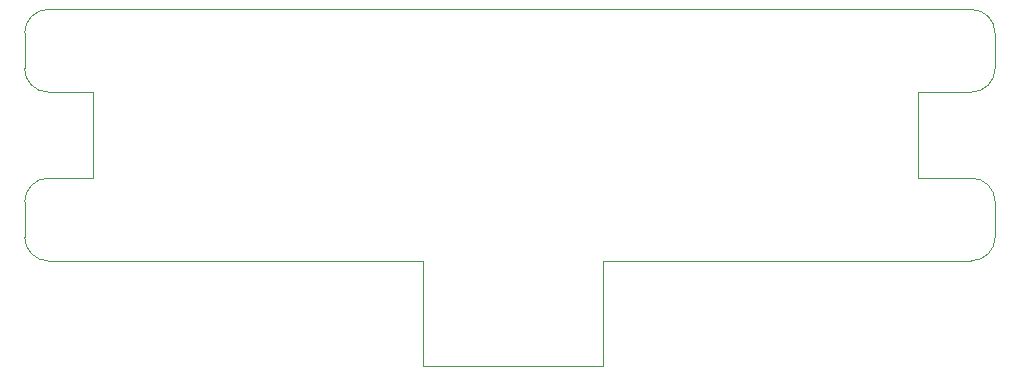
<source format=gbr>
%TF.GenerationSoftware,KiCad,Pcbnew,(5.1.6)-1*%
%TF.CreationDate,2020-11-25T02:53:10+01:00*%
%TF.ProjectId,MainBoard,4d61696e-426f-4617-9264-2e6b69636164,rev?*%
%TF.SameCoordinates,Original*%
%TF.FileFunction,Profile,NP*%
%FSLAX46Y46*%
G04 Gerber Fmt 4.6, Leading zero omitted, Abs format (unit mm)*
G04 Created by KiCad (PCBNEW (5.1.6)-1) date 2020-11-25 02:53:10*
%MOMM*%
%LPD*%
G01*
G04 APERTURE LIST*
%TA.AperFunction,Profile*%
%ADD10C,0.050000*%
%TD*%
G04 APERTURE END LIST*
D10*
X95292679Y-104142686D02*
X99060000Y-104140000D01*
X168910000Y-89859759D02*
X168910000Y-97142306D01*
X99060000Y-89859948D02*
X99069008Y-97143269D01*
X173456113Y-97142428D02*
X168910000Y-97142306D01*
X175455992Y-102140146D02*
X175456065Y-99142476D01*
X175455992Y-102140146D02*
G75*
G02*
X173455943Y-104140097I-2000000J49D01*
G01*
X173455943Y-104140097D02*
X168910000Y-104140000D01*
X173456113Y-97142428D02*
G75*
G02*
X175456065Y-99142476I-48J-2000000D01*
G01*
X95292849Y-97143171D02*
X99069008Y-97143269D01*
X93292801Y-99143123D02*
X93292728Y-102142637D01*
X95292679Y-104142686D02*
G75*
G02*
X93292728Y-102142637I49J2000000D01*
G01*
X93292801Y-99143123D02*
G75*
G02*
X95292849Y-97143171I2000000J-48D01*
G01*
X142240000Y-104140000D02*
X168910000Y-104140000D01*
X142240000Y-113030000D02*
X142240000Y-104140000D01*
X127000000Y-113030000D02*
X142240000Y-113030000D01*
X127000000Y-104140000D02*
X127000000Y-113030000D01*
X99060000Y-104140000D02*
X127000000Y-104140000D01*
X99069008Y-97143269D02*
X99069008Y-97143269D01*
X99060000Y-82860410D02*
X168910000Y-82862065D01*
X93283793Y-84860264D02*
X93283720Y-87859778D01*
X175455992Y-87859905D02*
X175456065Y-84862235D01*
X173456113Y-82862187D02*
X168910000Y-82862065D01*
X95283671Y-89859827D02*
G75*
G02*
X93283720Y-87859778I49J2000000D01*
G01*
X95283672Y-89859827D02*
X99060000Y-89859948D01*
X175455992Y-87859905D02*
G75*
G02*
X173455943Y-89859856I-2000000J49D01*
G01*
X173456113Y-82862187D02*
G75*
G02*
X175456065Y-84862235I-48J-2000000D01*
G01*
X93283793Y-84860264D02*
G75*
G02*
X95283841Y-82860312I2000000J-48D01*
G01*
X95283841Y-82860312D02*
X99060000Y-82860410D01*
X173455943Y-89859856D02*
X168910000Y-89859759D01*
M02*

</source>
